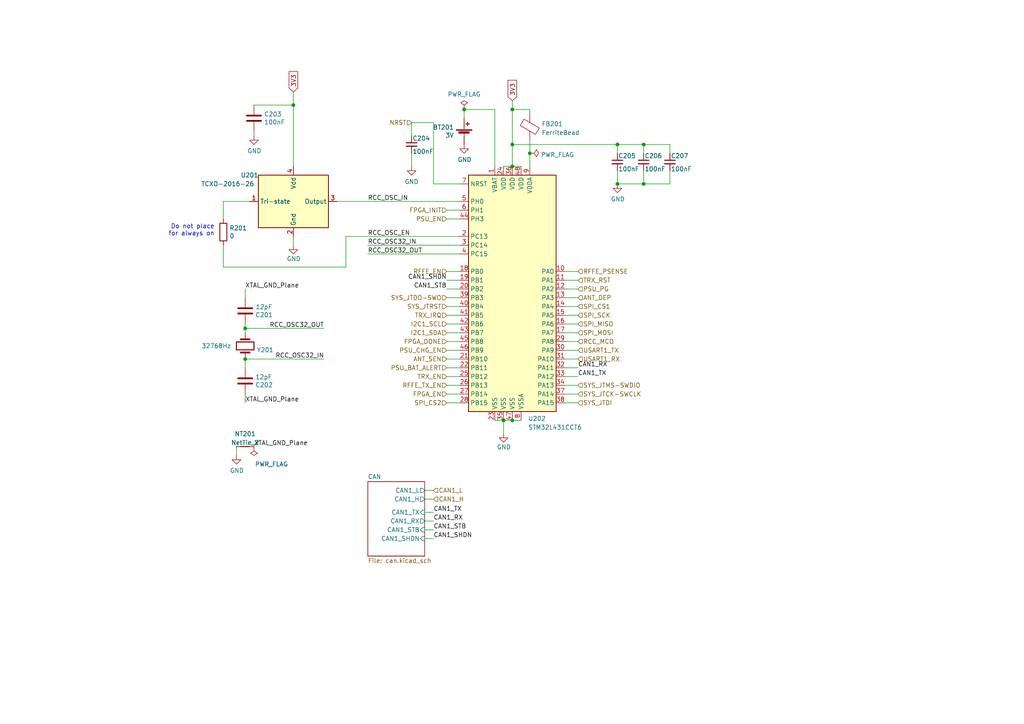
<source format=kicad_sch>
(kicad_sch (version 20211123) (generator eeschema)
  (paper "A4")
  (title_block (title "SIDLOC - MCU") (date "2022-03-10") (company "Libre Space Foundation"))
  (lib_symbols
    (symbol "Device:Battery_Cell" (pin_numbers hide) (pin_names (offset 0) hide)
      (property "Reference" "BT" (at 2.54 2.54 0))
      (property "Value" "Battery_Cell" (at 2.54 0 0))
      (symbol "Battery_Cell_0_1"
        (rectangle (start -2.286 1.778) (end 2.286 1.524) (fill (type outline)))
        (rectangle (start -1.5748 1.1938) (end 1.4732 0.6858) (fill (type outline)))
        (polyline (pts (xy 0 0.762) (xy 0 0)))
        (polyline (pts (xy 0 1.778) (xy 0 2.54)))
        (polyline (pts (xy 0.508 3.429) (xy 1.524 3.429)) (stroke (width 0.254)))
        (polyline (pts (xy 1.016 3.937) (xy 1.016 2.921)) (stroke (width 0.254)))
      )
      (symbol "Battery_Cell_1_1"
        (pin passive line (at 0 5.08 270) (length 2.54) (name "+") (number "1"))
        (pin passive line (at 0 -2.54 90) (length 2.54) (name "-") (number "2"))
      )
    )
    (symbol "Device:C" (pin_numbers hide) (pin_names (offset 0.254))
      (property "Reference" "C" (at 0.635 2.54 0))
      (property "Value" "C" (at 0.635 -2.54 0))
      (symbol "C_0_1"
        (polyline (pts (xy -2.032 -0.762) (xy 2.032 -0.762)) (stroke (width 0.508)))
        (polyline (pts (xy -2.032 0.762) (xy 2.032 0.762)) (stroke (width 0.508)))
      )
      (symbol "C_1_1"
        (pin passive line (at 0 3.81 270) (length 2.794) (name "~") (number "1"))
        (pin passive line (at 0 -3.81 90) (length 2.794) (name "~") (number "2"))
      )
    )
    (symbol "Device:C_Small" (pin_numbers hide) (pin_names (offset 0.254) hide)
      (property "Reference" "C" (at 0.254 1.778 0))
      (property "Value" "C_Small" (at 0.254 -2.032 0))
      (symbol "C_Small_0_1"
        (polyline (pts (xy -1.524 -0.508) (xy 1.524 -0.508)) (stroke (width 0.3302)))
        (polyline (pts (xy -1.524 0.508) (xy 1.524 0.508)) (stroke (width 0.3048)))
      )
      (symbol "C_Small_1_1"
        (pin passive line (at 0 2.54 270) (length 2.032) (name "~") (number "1"))
        (pin passive line (at 0 -2.54 90) (length 2.032) (name "~") (number "2"))
      )
    )
    (symbol "Device:Crystal" (pin_numbers hide) (pin_names (offset 1.016) hide)
      (property "Reference" "Y" (at 0 3.81 0))
      (property "Value" "Crystal" (at 0 -3.81 0))
      (symbol "Crystal_0_1"
        (rectangle (start -1.143 2.54) (end 1.143 -2.54) (stroke (width 0.3048)))
        (polyline (pts (xy -2.54 0) (xy -1.905 0)))
        (polyline (pts (xy -1.905 -1.27) (xy -1.905 1.27)) (stroke (width 0.508)))
        (polyline (pts (xy 1.905 -1.27) (xy 1.905 1.27)) (stroke (width 0.508)))
        (polyline (pts (xy 2.54 0) (xy 1.905 0)))
      )
      (symbol "Crystal_1_1"
        (pin passive line (at -3.81 0 0) (length 1.27) (name "1") (number "1"))
        (pin passive line (at 3.81 0 180) (length 1.27) (name "2") (number "2"))
      )
    )
    (symbol "Device:FerriteBead" (pin_numbers hide) (pin_names (offset 0))
      (property "Reference" "FB" (at -3.81 0.635 90))
      (property "Value" "FerriteBead" (at 3.81 0 90))
      (symbol "FerriteBead_0_1"
        (polyline (pts (xy 0 -1.27) (xy 0 -1.2192)))
        (polyline (pts (xy 0 1.27) (xy 0 1.2954)))
        (polyline (pts (xy -2.7686 0.4064) (xy -1.7018 2.2606) (xy 2.7686 -0.3048) (xy 1.6764 -2.159) (xy -2.7686 0.4064)))
      )
      (symbol "FerriteBead_1_1"
        (pin passive line (at 0 3.81 270) (length 2.54) (name "~") (number "1"))
        (pin passive line (at 0 -3.81 90) (length 2.54) (name "~") (number "2"))
      )
    )
    (symbol "Device:NetTie_2" (pin_numbers hide) (pin_names (offset 0) hide)
      (property "Reference" "NT" (at 0 1.27 0))
      (property "Value" "NetTie_2" (at 0 -1.27 0))
      (symbol "NetTie_2_0_1"
        (polyline (pts (xy -1.27 0) (xy 1.27 0)) (stroke (width 0.254)))
      )
      (symbol "NetTie_2_1_1"
        (pin passive line (at -2.54 0 0) (length 2.54) (name "1") (number "1"))
        (pin passive line (at 2.54 0 180) (length 2.54) (name "2") (number "2"))
      )
    )
    (symbol "Device:R" (pin_numbers hide) (pin_names (offset 0))
      (property "Reference" "R" (at 2.032 0 90))
      (property "Value" "R" (at 0 0 90))
      (symbol "R_0_1"
        (rectangle (start -1.016 -2.54) (end 1.016 2.54) (stroke (width 0.254)))
      )
      (symbol "R_1_1"
        (pin passive line (at 0 3.81 270) (length 1.27) (name "~") (number "1"))
        (pin passive line (at 0 -3.81 90) (length 1.27) (name "~") (number "2"))
      )
    )
    (symbol "MCU_ST_STM32L4:STM32L431CCTx"
      (property "Reference" "U" (at -12.7 34.29 0))
      (property "Value" "STM32L431CCTx" (at 7.62 34.29 0))
      (symbol "STM32L431CCTx_0_1"
        (rectangle (start -12.7 -35.56) (end 12.7 33.02) (stroke (width 0.254)) (fill (type background)))
      )
      (symbol "STM32L431CCTx_1_1"
        (pin power_in line (at -5.08 35.56 270) (length 2.54) (name "VBAT") (number "1"))
        (pin bidirectional line (at 15.24 5.08 180) (length 2.54) (name "PA0") (number "10"))
        (pin bidirectional line (at 15.24 2.54 180) (length 2.54) (name "PA1") (number "11"))
        (pin bidirectional line (at 15.24 0 180) (length 2.54) (name "PA2") (number "12"))
        (pin bidirectional line (at 15.24 -2.54 180) (length 2.54) (name "PA3") (number "13"))
        (pin bidirectional line (at 15.24 -5.08 180) (length 2.54) (name "PA4") (number "14"))
        (pin bidirectional line (at 15.24 -7.62 180) (length 2.54) (name "PA5") (number "15"))
        (pin bidirectional line (at 15.24 -10.16 180) (length 2.54) (name "PA6") (number "16"))
        (pin bidirectional line (at 15.24 -12.7 180) (length 2.54) (name "PA7") (number "17"))
        (pin bidirectional line (at -15.24 5.08 0) (length 2.54) (name "PB0") (number "18"))
        (pin bidirectional line (at -15.24 2.54 0) (length 2.54) (name "PB1") (number "19"))
        (pin bidirectional line (at -15.24 15.24 0) (length 2.54) (name "PC13") (number "2"))
        (pin bidirectional line (at -15.24 0 0) (length 2.54) (name "PB2") (number "20"))
        (pin bidirectional line (at -15.24 -20.32 0) (length 2.54) (name "PB10") (number "21"))
        (pin bidirectional line (at -15.24 -22.86 0) (length 2.54) (name "PB11") (number "22"))
        (pin power_in line (at -5.08 -38.1 90) (length 2.54) (name "VSS") (number "23"))
        (pin power_in line (at -2.54 35.56 270) (length 2.54) (name "VDD") (number "24"))
        (pin bidirectional line (at -15.24 -25.4 0) (length 2.54) (name "PB12") (number "25"))
        (pin bidirectional line (at -15.24 -27.94 0) (length 2.54) (name "PB13") (number "26"))
        (pin bidirectional line (at -15.24 -30.48 0) (length 2.54) (name "PB14") (number "27"))
        (pin bidirectional line (at -15.24 -33.02 0) (length 2.54) (name "PB15") (number "28"))
        (pin bidirectional line (at 15.24 -15.24 180) (length 2.54) (name "PA8") (number "29"))
        (pin bidirectional line (at -15.24 12.7 0) (length 2.54) (name "PC14") (number "3"))
        (pin bidirectional line (at 15.24 -17.78 180) (length 2.54) (name "PA9") (number "30"))
        (pin bidirectional line (at 15.24 -20.32 180) (length 2.54) (name "PA10") (number "31"))
        (pin bidirectional line (at 15.24 -22.86 180) (length 2.54) (name "PA11") (number "32"))
        (pin bidirectional line (at 15.24 -25.4 180) (length 2.54) (name "PA12") (number "33"))
        (pin bidirectional line (at 15.24 -27.94 180) (length 2.54) (name "PA13") (number "34"))
        (pin power_in line (at -2.54 -38.1 90) (length 2.54) (name "VSS") (number "35"))
        (pin power_in line (at 0 35.56 270) (length 2.54) (name "VDD") (number "36"))
        (pin bidirectional line (at 15.24 -30.48 180) (length 2.54) (name "PA14") (number "37"))
        (pin bidirectional line (at 15.24 -33.02 180) (length 2.54) (name "PA15") (number "38"))
        (pin bidirectional line (at -15.24 -2.54 0) (length 2.54) (name "PB3") (number "39"))
        (pin bidirectional line (at -15.24 10.16 0) (length 2.54) (name "PC15") (number "4"))
        (pin bidirectional line (at -15.24 -5.08 0) (length 2.54) (name "PB4") (number "40"))
        (pin bidirectional line (at -15.24 -7.62 0) (length 2.54) (name "PB5") (number "41"))
        (pin bidirectional line (at -15.24 -10.16 0) (length 2.54) (name "PB6") (number "42"))
        (pin bidirectional line (at -15.24 -12.7 0) (length 2.54) (name "PB7") (number "43"))
        (pin bidirectional line (at -15.24 20.32 0) (length 2.54) (name "PH3") (number "44"))
        (pin bidirectional line (at -15.24 -15.24 0) (length 2.54) (name "PB8") (number "45"))
        (pin bidirectional line (at -15.24 -17.78 0) (length 2.54) (name "PB9") (number "46"))
        (pin power_in line (at 0 -38.1 90) (length 2.54) (name "VSS") (number "47"))
        (pin power_in line (at 2.54 35.56 270) (length 2.54) (name "VDD") (number "48"))
        (pin input line (at -15.24 25.4 0) (length 2.54) (name "PH0") (number "5"))
        (pin input line (at -15.24 22.86 0) (length 2.54) (name "PH1") (number "6"))
        (pin input line (at -15.24 30.48 0) (length 2.54) (name "NRST") (number "7"))
        (pin power_in line (at 2.54 -38.1 90) (length 2.54) (name "VSSA") (number "8"))
        (pin power_in line (at 5.08 35.56 270) (length 2.54) (name "VDDA") (number "9"))
      )
    )
    (symbol "lsf-kicad:ECS-TXO-2520"
      (property "Reference" "U" (at 10.16 10.16 0))
      (property "Value" "ECS-TXO-2520" (at -10.16 10.16 0))
      (symbol "ECS-TXO-2520_0_0"
        (text "" (at 19.05 -2.54 0) (effects (font (size 1.27 1.27))))
        (text "" (at 21.59 -6.35 0) (effects (font (size 1.27 1.27))))
      )
      (symbol "ECS-TXO-2520_0_1"
        (rectangle (start -10.16 7.62) (end 10.16 -7.62) (stroke (width 0.254)) (fill (type background)))
      )
      (symbol "ECS-TXO-2520_1_1"
        (pin input line (at -12.7 0 0) (length 2.54) (name "Tri-state") (number "1"))
        (pin power_in line (at 0 -10.16 90) (length 2.54) (name "Gnd") (number "2"))
        (pin output line (at 12.7 0 180) (length 2.54) (name "Output") (number "3"))
        (pin power_in line (at 0 10.16 270) (length 2.54) (name "Vdd") (number "4"))
      )
    )
    (symbol "power:GND" (power) (pin_names (offset 0))
      (property "Value" "GND" (at 0 -3.81 0))
      (symbol "GND_0_1"
        (polyline (pts (xy 0 0) (xy 0 -1.27) (xy 1.27 -1.27) (xy 0 -2.54) (xy -1.27 -1.27) (xy 0 -1.27)))
      )
      (symbol "GND_1_1"
        (pin power_in line (at 0 0 270) (length 0) hide (name "GND") (number "1"))
      )
    )
    (symbol "power:PWR_FLAG" (power) (pin_numbers hide) (pin_names (offset 0) hide)
      (property "Value" "PWR_FLAG" (at 0 3.81 0))
      (symbol "PWR_FLAG_0_0"
        (pin power_out line (at 0 0 90) (length 0) (name "pwr") (number "1"))
      )
      (symbol "PWR_FLAG_0_1"
        (polyline (pts (xy 0 0) (xy 0 1.27) (xy -1.016 1.905) (xy 0 2.54) (xy 1.016 1.905) (xy 0 1.27)))
      )
    )
  )
  (junction (at 71.12 95.25))
  (junction (at 153.67 44.45))
  (junction (at 179.07 53.34))
  (junction (at 179.07 41.91))
  (junction (at 134.62 31.75))
  (junction (at 148.59 48.26))
  (junction (at 146.05 121.92))
  (junction (at 186.69 53.34))
  (junction (at 85.09 30.48))
  (junction (at 71.12 104.14))
  (junction (at 186.69 41.91))
  (junction (at 148.59 121.92))
  (junction (at 148.59 31.75))
  (junction (at 148.59 41.91))
  (wire (pts (xy 133.35 111.76) (xy 129.54 111.76)))
  (wire (pts (xy 71.12 95.25) (xy 71.12 96.52)))
  (wire (pts (xy 133.35 104.14) (xy 129.54 104.14)))
  (wire (pts (xy 133.35 109.22) (xy 129.54 109.22)))
  (wire (pts (xy 148.59 41.91) (xy 148.59 48.26)))
  (wire (pts (xy 119.38 44.45) (xy 119.38 48.26)))
  (wire (pts (xy 129.54 114.3) (xy 133.35 114.3)))
  (wire (pts (xy 129.54 93.98) (xy 133.35 93.98)))
  (wire (pts (xy 153.67 33.02) (xy 153.67 31.75)))
  (wire (pts (xy 134.62 31.75) (xy 134.62 34.29)))
  (wire (pts (xy 125.73 35.56) (xy 125.73 53.34)))
  (wire (pts (xy 186.69 53.34) (xy 194.31 53.34)))
  (wire (pts (xy 143.51 31.75) (xy 134.62 31.75)))
  (wire (pts (xy 85.09 26.67) (xy 85.09 30.48)))
  (wire (pts (xy 186.69 41.91) (xy 186.69 44.45)))
  (wire (pts (xy 153.67 44.45) (xy 153.67 48.26)))
  (wire (pts (xy 153.67 40.64) (xy 153.67 44.45)))
  (wire (pts (xy 100.33 77.47) (xy 100.33 68.58)))
  (wire (pts (xy 163.83 78.74) (xy 167.64 78.74)))
  (wire (pts (xy 123.19 156.21) (xy 125.73 156.21)))
  (wire (pts (xy 123.19 153.67) (xy 125.73 153.67)))
  (wire (pts (xy 64.77 63.5) (xy 64.77 58.42)))
  (wire (pts (xy 163.83 109.22) (xy 167.64 109.22)))
  (wire (pts (xy 85.09 68.58) (xy 85.09 71.12)))
  (wire (pts (xy 163.83 104.14) (xy 167.64 104.14)))
  (wire (pts (xy 129.54 63.5) (xy 133.35 63.5)))
  (wire (pts (xy 163.83 99.06) (xy 167.64 99.06)))
  (wire (pts (xy 179.07 41.91) (xy 186.69 41.91)))
  (wire (pts (xy 133.35 78.74) (xy 129.54 78.74)))
  (wire (pts (xy 68.58 132.08) (xy 68.58 129.54)))
  (wire (pts (xy 186.69 49.53) (xy 186.69 53.34)))
  (wire (pts (xy 71.12 86.36) (xy 71.12 83.82)))
  (wire (pts (xy 125.73 35.56) (xy 119.38 35.56)))
  (wire (pts (xy 106.68 73.66) (xy 133.35 73.66)))
  (wire (pts (xy 163.83 96.52) (xy 167.64 96.52)))
  (wire (pts (xy 106.68 71.12) (xy 133.35 71.12)))
  (wire (pts (xy 194.31 44.45) (xy 194.31 41.91)))
  (wire (pts (xy 97.79 58.42) (xy 133.35 58.42)))
  (wire (pts (xy 71.12 116.84) (xy 71.12 114.3)))
  (wire (pts (xy 64.77 58.42) (xy 72.39 58.42)))
  (wire (pts (xy 163.83 81.28) (xy 167.64 81.28)))
  (wire (pts (xy 73.66 39.37) (xy 73.66 38.1)))
  (wire (pts (xy 163.83 93.98) (xy 167.64 93.98)))
  (wire (pts (xy 133.35 106.68) (xy 129.54 106.68)))
  (wire (pts (xy 146.05 48.26) (xy 148.59 48.26)))
  (wire (pts (xy 71.12 106.68) (xy 71.12 104.14)))
  (wire (pts (xy 163.83 88.9) (xy 167.64 88.9)))
  (wire (pts (xy 163.83 83.82) (xy 167.64 83.82)))
  (wire (pts (xy 163.83 116.84) (xy 167.64 116.84)))
  (wire (pts (xy 71.12 93.98) (xy 71.12 95.25)))
  (wire (pts (xy 179.07 53.34) (xy 186.69 53.34)))
  (wire (pts (xy 129.54 116.84) (xy 133.35 116.84)))
  (wire (pts (xy 163.83 106.68) (xy 167.64 106.68)))
  (wire (pts (xy 153.67 31.75) (xy 148.59 31.75)))
  (wire (pts (xy 71.12 104.14) (xy 93.98 104.14)))
  (wire (pts (xy 163.83 101.6) (xy 167.64 101.6)))
  (wire (pts (xy 85.09 30.48) (xy 85.09 48.26)))
  (wire (pts (xy 163.83 114.3) (xy 167.64 114.3)))
  (wire (pts (xy 133.35 81.28) (xy 129.54 81.28)))
  (wire (pts (xy 133.35 68.58) (xy 100.33 68.58)))
  (wire (pts (xy 146.05 121.92) (xy 146.05 125.73)))
  (wire (pts (xy 133.35 91.44) (xy 129.54 91.44)))
  (wire (pts (xy 123.19 148.59) (xy 125.73 148.59)))
  (wire (pts (xy 133.35 53.34) (xy 125.73 53.34)))
  (wire (pts (xy 123.19 144.78) (xy 125.73 144.78)))
  (wire (pts (xy 148.59 29.21) (xy 148.59 31.75)))
  (wire (pts (xy 146.05 121.92) (xy 148.59 121.92)))
  (wire (pts (xy 148.59 48.26) (xy 151.13 48.26)))
  (wire (pts (xy 143.51 121.92) (xy 146.05 121.92)))
  (wire (pts (xy 64.77 77.47) (xy 100.33 77.47)))
  (wire (pts (xy 163.83 91.44) (xy 167.64 91.44)))
  (wire (pts (xy 148.59 41.91) (xy 179.07 41.91)))
  (wire (pts (xy 119.38 35.56) (xy 119.38 39.37)))
  (wire (pts (xy 123.19 151.13) (xy 125.73 151.13)))
  (wire (pts (xy 163.83 86.36) (xy 167.64 86.36)))
  (wire (pts (xy 186.69 41.91) (xy 194.31 41.91)))
  (wire (pts (xy 133.35 88.9) (xy 129.54 88.9)))
  (wire (pts (xy 179.07 49.53) (xy 179.07 53.34)))
  (wire (pts (xy 73.66 30.48) (xy 85.09 30.48)))
  (wire (pts (xy 194.31 53.34) (xy 194.31 49.53)))
  (wire (pts (xy 133.35 86.36) (xy 129.54 86.36)))
  (wire (pts (xy 133.35 99.06) (xy 129.54 99.06)))
  (wire (pts (xy 133.35 101.6) (xy 129.54 101.6)))
  (wire (pts (xy 163.83 111.76) (xy 167.64 111.76)))
  (wire (pts (xy 71.12 95.25) (xy 93.98 95.25)))
  (wire (pts (xy 129.54 96.52) (xy 133.35 96.52)))
  (wire (pts (xy 133.35 60.96) (xy 129.54 60.96)))
  (wire (pts (xy 133.35 83.82) (xy 129.54 83.82)))
  (wire (pts (xy 179.07 41.91) (xy 179.07 44.45)))
  (wire (pts (xy 123.19 142.24) (xy 125.73 142.24)))
  (wire (pts (xy 148.59 31.75) (xy 148.59 41.91)))
  (wire (pts (xy 143.51 48.26) (xy 143.51 31.75)))
  (wire (pts (xy 148.59 121.92) (xy 151.13 121.92)))
  (wire (pts (xy 64.77 77.47) (xy 64.77 71.12)))
  (text "Do not place\nfor always on" (at 62.23 68.58 180) (effects (font (size 1.27 1.27)) (justify right bottom)))
  (label "XTAL_GND_Plane" (at 73.66 129.54 0))
  (label "CAN1_TX" (at 167.64 109.22 0))
  (label "RCC_OSC_EN" (at 106.68 68.58 0))
  (label "CAN1_STB" (at 129.54 83.82 180))
  (label "CAN1_SHDN" (at 129.54 81.28 180))
  (label "CAN1_SHDN" (at 125.73 156.21 0))
  (label "XTAL_GND_Plane" (at 71.12 83.82 0))
  (label "RCC_OSC32_IN" (at 106.68 71.12 0))
  (label "CAN1_RX" (at 167.64 106.68 0))
  (label "CAN1_TX" (at 125.73 148.59 0))
  (label "RCC_OSC32_IN" (at 93.98 104.14 180))
  (label "RCC_OSC32_OUT" (at 106.68 73.66 0))
  (label "XTAL_GND_Plane" (at 71.12 116.84 0))
  (label "CAN1_STB" (at 125.73 153.67 0))
  (label "RCC_OSC32_OUT" (at 93.98 95.25 180))
  (label "RCC_OSC_IN" (at 106.68 58.42 0))
  (label "CAN1_RX" (at 125.73 151.13 0))
  (global_label "3V3" (shape input) (at 148.59 29.21 90) (property "Intersheet References" "${INTERSHEET_REFS}" (effects hide)))
  (global_label "3V3" (shape input) (at 85.09 26.67 90) (property "Intersheet References" "${INTERSHEET_REFS}" (effects hide)))
  (hierarchical_label "RCC_MCO" (shape input) (at 167.64 99.06 0))
  (hierarchical_label "PSU_PG" (shape input) (at 167.64 83.82 0))
  (hierarchical_label "PSU_CHG_EN" (shape input) (at 129.54 101.6 180))
  (hierarchical_label "FPGA_DONE" (shape input) (at 129.54 99.06 180))
  (hierarchical_label "SPI_MISO" (shape input) (at 167.64 93.98 0))
  (hierarchical_label "SYS_JTMS-SWDIO" (shape input) (at 167.64 111.76 0))
  (hierarchical_label "TRX_EN" (shape input) (at 129.54 109.22 180))
  (hierarchical_label "ANT_DEP" (shape input) (at 167.64 86.36 0))
  (hierarchical_label "RFFE_EN" (shape input) (at 129.54 78.74 180))
  (hierarchical_label "SPI_SCK" (shape input) (at 167.64 91.44 0))
  (hierarchical_label "PSU_BAT_ALERT" (shape input) (at 129.54 106.68 180))
  (hierarchical_label "FPGA_INIT" (shape input) (at 129.54 60.96 180))
  (hierarchical_label "SYS_JTCK-SWCLK" (shape input) (at 167.64 114.3 0))
  (hierarchical_label "SPI_CS1" (shape input) (at 167.64 88.9 0))
  (hierarchical_label "I2C1_SCL" (shape input) (at 129.54 93.98 180))
  (hierarchical_label "SYS_JTRST" (shape input) (at 129.54 88.9 180))
  (hierarchical_label "CAN1_H" (shape input) (at 125.73 144.78 0))
  (hierarchical_label "SYS_JTDI" (shape input) (at 167.64 116.84 0))
  (hierarchical_label "I2C1_SDA" (shape input) (at 129.54 96.52 180))
  (hierarchical_label "SYS_JTDO-SWO" (shape input) (at 129.54 86.36 180))
  (hierarchical_label "RFFE_TX_EN" (shape input) (at 129.54 111.76 180))
  (hierarchical_label "SPI_MOSI" (shape input) (at 167.64 96.52 0))
  (hierarchical_label "PSU_EN" (shape input) (at 129.54 63.5 180))
  (hierarchical_label "USART1_RX" (shape input) (at 167.64 104.14 0))
  (hierarchical_label "CAN1_L" (shape input) (at 125.73 142.24 0))
  (hierarchical_label "SPI_CS2" (shape input) (at 129.54 116.84 180))
  (hierarchical_label "RFFE_PSENSE" (shape input) (at 167.64 78.74 0))
  (hierarchical_label "TRX_IRQ" (shape input) (at 129.54 91.44 180))
  (hierarchical_label "ANT_SEN" (shape input) (at 129.54 104.14 180))
  (hierarchical_label "FPGA_EN" (shape input) (at 129.54 114.3 180))
  (hierarchical_label "NRST" (shape input) (at 119.38 35.56 180))
  (hierarchical_label "USART1_TX" (shape input) (at 167.64 101.6 0))
  (hierarchical_label "TRX_RST" (shape input) (at 167.64 81.28 0))
  (symbol (lib_id "power:GND") (at 73.66 39.37 0) (unit 1)
    (property "Reference" "#PWR0202" (effects hide))
    (property "Value" "GND" (at 73.787 43.7642 0))
  )
  (symbol (lib_id "Device:C_Small") (at 119.38 41.91 0) (unit 1)
    (property "Reference" "C204" (at 119.634 40.132 0) (effects (justify left)))
    (property "Value" "100nF" (at 119.634 43.942 0) (effects (justify left)))
    (property "Footprint" "Capacitor_SMD:C_0402_1005Metric" (effects hide))
    (property "Part Number" "C0603C104K9RACTU" (effects hide))
  )
  (symbol (lib_id "power:GND") (at 146.05 125.73 0) (unit 1)
    (property "Reference" "#PWR0206" (effects hide))
    (property "Value" "GND" (at 146.1516 129.667 0))
  )
  (symbol (lib_id "Device:C_Small") (at 186.69 46.99 0) (unit 1)
    (property "Reference" "C206" (at 186.944 45.212 0) (effects (justify left)))
    (property "Value" "100nF" (at 186.944 49.022 0) (effects (justify left)))
    (property "Footprint" "Capacitor_SMD:C_0402_1005Metric" (effects hide))
    (property "Part Number" "C0603C104K9RACTU" (effects hide))
  )
  (symbol (lib_id "power:GND") (at 85.09 71.12 0) (unit 1)
    (property "Reference" "#PWR0203" (effects hide))
    (property "Value" "GND" (at 85.1916 75.057 0))
  )
  (symbol (lib_id "power:GND") (at 68.58 132.08 0) (unit 1)
    (property "Reference" "#PWR0201" (effects hide))
    (property "Value" "GND" (at 68.707 136.4742 0))
  )
  (symbol (lib_id "Device:C_Small") (at 179.07 46.99 0) (unit 1)
    (property "Reference" "C205" (at 179.324 45.212 0) (effects (justify left)))
    (property "Value" "100nF" (at 179.324 49.022 0) (effects (justify left)))
    (property "Footprint" "Capacitor_SMD:C_0603_1608Metric_Pad1.05x0.95mm_HandSolder" (effects hide))
    (property "Part Number" "C0603C104K9RACTU" (effects hide))
  )
  (symbol (lib_id "MCU_ST_STM32L4:STM32L431CCTx") (at 148.59 83.82 0) (unit 1)
    (property "Reference" "U202" (at 153.1494 121.4104 0) (effects (justify left)))
    (property "Value" "STM32L431CCT6" (at 153.1494 123.9473 0) (effects (justify left)))
    (property "Footprint" "Package_QFP:LQFP-48_7x7mm_P0.5mm" (effects hide))
    (property "Datasheet" "http://www.st.com/st-web-ui/static/active/en/resource/technical/document/datasheet/DM00257211.pdf" (effects hide))
  )
  (symbol (lib_id "Device:C_Small") (at 194.31 46.99 0) (unit 1)
    (property "Reference" "C207" (at 194.564 45.212 0) (effects (justify left)))
    (property "Value" "100nF" (at 194.564 49.022 0) (effects (justify left)))
    (property "Footprint" "Capacitor_SMD:C_0402_1005Metric" (effects hide))
    (property "Part Number" "C0603C104K9RACTU" (effects hide))
  )
  (symbol (lib_id "Device:R") (at 64.77 67.31 0) (unit 1)
    (property "Reference" "R201" (at 66.548 66.1416 0) (effects (justify left)))
    (property "Value" "0" (at 66.548 68.453 0) (effects (justify left)))
    (property "Footprint" "Resistor_SMD:R_0402_1005Metric" (effects hide))
    (property "PartNumber" "CRCW04020000Z0EDC" (effects hide))
  )
  (symbol (lib_id "power:GND") (at 119.38 48.26 0) (unit 1)
    (property "Reference" "#PWR0204" (effects hide))
    (property "Value" "GND" (at 119.38 52.7034 0))
  )
  (symbol (lib_id "Device:C") (at 71.12 110.49 0) (mirror x) (unit 1)
    (property "Reference" "C202" (at 74.041 111.6584 0) (effects (justify left)))
    (property "Value" "12pF" (at 74.041 109.347 0) (effects (justify left)))
    (property "Footprint" "Capacitor_SMD:C_0402_1005Metric" (effects hide))
    (property "PartNumber" "CBR04C120F3GAC" (effects hide))
  )
  (symbol (lib_id "power:PWR_FLAG") (at 73.66 129.54 180) (unit 1)
    (property "Reference" "#FLG0201" (effects hide))
    (property "Value" "PWR_FLAG" (at 78.74 134.62 0))
  )
  (symbol (lib_id "Device:FerriteBead") (at 153.67 36.83 0) (unit 1)
    (property "Reference" "FB201" (at 157.0736 35.9445 0) (effects (justify left)))
    (property "Value" "FerriteBead" (at 157.0736 38.4814 0) (effects (justify left)))
  )
  (symbol (lib_id "power:GND") (at 179.07 53.34 0) (unit 1)
    (property "Reference" "#PWR0207" (effects hide))
    (property "Value" "GND" (at 179.197 57.7342 0))
  )
  (symbol (lib_id "power:PWR_FLAG") (at 153.67 44.45 270) (unit 1)
    (property "Reference" "#FLG0205" (effects hide))
    (property "Value" "PWR_FLAG" (at 156.845 44.8838 90) (effects (justify left)))
  )
  (symbol (lib_id "lsf-kicad:ECS-TXO-2520") (at 85.09 58.42 0) (unit 1)
    (property "Reference" "U201" (at 72.39 50.8 0))
    (property "Value" "TCXO-2016-26" (at 66.04 53.34 0))
    (property "Footprint" "lsf-kicad-lib:Oscillator_SMD_ECS_TXO-2016-xx-xxx-4Pin_2x1.6mm" (effects hide))
    (property "Datasheet" "https://www.mouser.com/datasheet/2/905/ndk_08142018_NT2016SA-26.000000MHZ-NBG2-1389008.pdf" (effects hide))
  )
  (symbol (lib_id "Device:C") (at 71.12 90.17 0) (mirror x) (unit 1)
    (property "Reference" "C201" (at 74.041 91.3384 0) (effects (justify left)))
    (property "Value" "12pF" (at 74.041 89.027 0) (effects (font italic) (justify left)))
    (property "Footprint" "Capacitor_SMD:C_0402_1005Metric" (effects hide))
    (property "PartNumber" "CBR04C120F3GAC" (effects hide))
  )
  (symbol (lib_id "Device:NetTie_2") (at 71.12 129.54 0) (unit 1)
    (property "Reference" "NT201" (at 71.12 125.8402 0))
    (property "Value" "NetTie_2" (at 71.12 128.3771 0))
    (property "Footprint" "NetTie:NetTie-2_SMD_Pad0.5mm" (effects hide))
  )
  (symbol (lib_id "power:GND") (at 134.62 41.91 0) (unit 1)
    (property "Reference" "#PWR0205" (effects hide))
    (property "Value" "GND" (at 134.747 46.3042 0))
  )
  (symbol (lib_id "power:PWR_FLAG") (at 134.62 31.75 0) (unit 1)
    (property "Reference" "#FLG0203" (effects hide))
    (property "Value" "PWR_FLAG" (at 134.62 27.3558 0))
  )
  (symbol (lib_id "Device:C") (at 73.66 34.29 0) (unit 1)
    (property "Reference" "C203" (at 76.581 33.1216 0) (effects (justify left)))
    (property "Value" "100nF" (at 76.581 35.433 0) (effects (justify left)))
    (property "Footprint" "Capacitor_SMD:C_0402_1005Metric" (effects hide))
    (property "PartNumber" "CC0402KRX7R7BB104" (effects hide))
  )
  (symbol (lib_id "Device:Battery_Cell") (at 134.62 39.37 0) (unit 1)
    (property "Reference" "BT201" (at 131.6482 36.9316 0) (effects (justify right)))
    (property "Value" "3V" (at 131.6482 39.243 0) (effects (justify right)))
    (property "Footprint" "Battery:BatteryHolder_Keystone_3000_1x12mm" (effects hide))
    (property "PartNumber" "3000" (effects hide))
  )
  (symbol (lib_id "Device:Crystal") (at 71.12 100.33 270) (mirror x) (unit 1)
    (property "Reference" "Y201" (at 74.4474 101.4984 90) (effects (justify left)))
    (property "Value" "32768Hz" (at 58.42 100.33 90) (effects (justify left)))
    (property "Footprint" "Crystal:Crystal_SMD_3215-2Pin_3.2x1.5mm" (effects hide))
    (property "PartNumber" "ABS07-32.768KHZ-7-T" (effects hide))
  )
  (sheet (at 106.68 139.7) (size 16.51 21.59) (stroke (width 0.1524))
    (property "Sheet name" "CAN" (at 106.68 138.9884 0) (effects (justify left bottom)))
    (property "Sheet file" "can.kicad_sch" (at 106.68 161.8746 0) (effects (justify left top)))
    (pin "CAN1_TX" input (at 123.19 148.59 0))
    (pin "CAN1_RX" output (at 123.19 151.13 0))
    (pin "CAN1_H" output (at 123.19 144.78 0))
    (pin "CAN1_L" output (at 123.19 142.24 0))
    (pin "CAN1_STB" input (at 123.19 153.67 0))
    (pin "CAN1_SHDN" input (at 123.19 156.21 0))
  )
)
</source>
